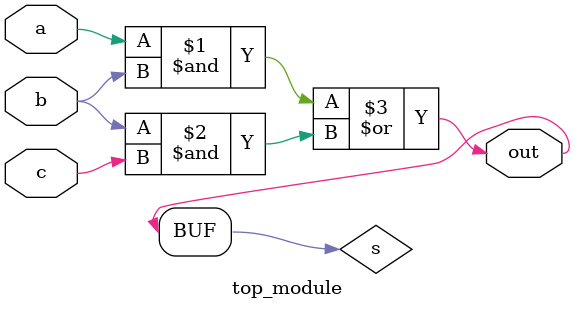
<source format=sv>
module top_module(
  input a, 
  input b,
  input c,
  output out
);

  // Intermediate signals
  wire s;

  // Implementing the circuit logic
  assign s = (a & b) | (b & c);

  // Assigning the output
  assign out = s;

endmodule

</source>
